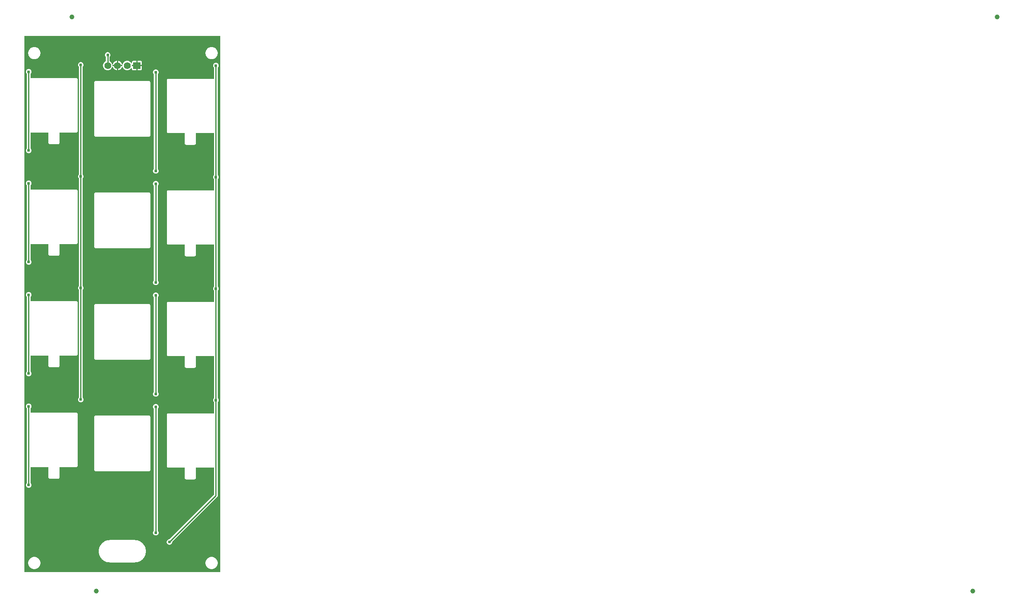
<source format=gbl>
G04 Layer: BottomLayer*
G04 EasyEDA v6.5.29, 2023-07-19 21:52:00*
G04 a52da41988e34a0299b0951248bc5a60,5a6b42c53f6a479593ecc07194224c93,10*
G04 Gerber Generator version 0.2*
G04 Scale: 100 percent, Rotated: No, Reflected: No *
G04 Dimensions in millimeters *
G04 leading zeros omitted , absolute positions ,4 integer and 5 decimal *
%FSLAX45Y45*%
%MOMM*%

%AMMACRO1*21,1,$1,$2,0,0,$3*%
%ADD10C,0.2540*%
%ADD11C,1.0000*%
%ADD12C,1.4000*%
%ADD13MACRO1,1.524X1.4X0.0000*%
%ADD14C,0.6096*%
%ADD15C,0.0138*%

%LPD*%
G36*
X36068Y914908D02*
G01*
X32156Y915669D01*
X28905Y917905D01*
X26670Y921156D01*
X25908Y925068D01*
X25908Y11901932D01*
X26670Y11905843D01*
X28905Y11909094D01*
X32156Y11911330D01*
X36068Y11912092D01*
X4027932Y11912092D01*
X4031843Y11911330D01*
X4035094Y11909094D01*
X4037329Y11905843D01*
X4038092Y11901932D01*
X4038092Y925068D01*
X4037329Y921156D01*
X4035094Y917905D01*
X4031843Y915669D01*
X4027932Y914908D01*
G37*

%LPC*%
G36*
X228600Y11431117D02*
G01*
X243789Y11432032D01*
X258724Y11434775D01*
X273253Y11439296D01*
X287121Y11445544D01*
X300126Y11453418D01*
X312064Y11462766D01*
X322834Y11473535D01*
X332181Y11485473D01*
X340055Y11498478D01*
X346303Y11512346D01*
X350824Y11526875D01*
X353568Y11541810D01*
X354482Y11557000D01*
X353568Y11572189D01*
X350824Y11587124D01*
X346303Y11601653D01*
X340055Y11615521D01*
X332181Y11628526D01*
X322834Y11640464D01*
X312064Y11651234D01*
X300126Y11660581D01*
X287121Y11668455D01*
X273253Y11674703D01*
X258724Y11679224D01*
X243789Y11681968D01*
X228600Y11682882D01*
X213410Y11681968D01*
X198475Y11679224D01*
X183946Y11674703D01*
X170078Y11668455D01*
X157073Y11660581D01*
X145135Y11651234D01*
X134366Y11640464D01*
X125018Y11628526D01*
X117144Y11615521D01*
X110896Y11601653D01*
X106375Y11587124D01*
X103632Y11572189D01*
X102717Y11557000D01*
X103632Y11541810D01*
X106375Y11526875D01*
X110896Y11512346D01*
X117144Y11498478D01*
X125018Y11485473D01*
X134366Y11473535D01*
X145135Y11462766D01*
X157073Y11453418D01*
X170078Y11445544D01*
X183946Y11439296D01*
X198475Y11434775D01*
X213410Y11432032D01*
G37*
G36*
X3860800Y979017D02*
G01*
X3875989Y979932D01*
X3890924Y982675D01*
X3905453Y987196D01*
X3919321Y993444D01*
X3932326Y1001318D01*
X3944264Y1010666D01*
X3955034Y1021435D01*
X3964381Y1033373D01*
X3972255Y1046378D01*
X3978503Y1060246D01*
X3983024Y1074775D01*
X3985768Y1089710D01*
X3986682Y1104900D01*
X3985768Y1120089D01*
X3983024Y1135024D01*
X3978503Y1149553D01*
X3972255Y1163421D01*
X3964381Y1176426D01*
X3955034Y1188364D01*
X3944264Y1199134D01*
X3932326Y1208481D01*
X3919321Y1216355D01*
X3905453Y1222603D01*
X3890924Y1227124D01*
X3875989Y1229868D01*
X3860800Y1230782D01*
X3845610Y1229868D01*
X3830675Y1227124D01*
X3816146Y1222603D01*
X3802278Y1216355D01*
X3789273Y1208481D01*
X3777335Y1199134D01*
X3766565Y1188364D01*
X3757218Y1176426D01*
X3749344Y1163421D01*
X3743096Y1149553D01*
X3738575Y1135024D01*
X3735832Y1120089D01*
X3734917Y1104900D01*
X3735832Y1089710D01*
X3738575Y1074775D01*
X3743096Y1060246D01*
X3749344Y1046378D01*
X3757218Y1033373D01*
X3766565Y1021435D01*
X3777335Y1010666D01*
X3789273Y1001318D01*
X3802278Y993444D01*
X3816146Y987196D01*
X3830675Y982675D01*
X3845610Y979932D01*
G37*
G36*
X1778203Y1117092D02*
G01*
X2285796Y1117092D01*
X2306523Y1118006D01*
X2326894Y1120800D01*
X2346960Y1125372D01*
X2366518Y1131722D01*
X2385415Y1139799D01*
X2403500Y1149553D01*
X2420670Y1160830D01*
X2436723Y1173683D01*
X2451608Y1187856D01*
X2465120Y1203350D01*
X2477211Y1220012D01*
X2487726Y1237640D01*
X2496667Y1256182D01*
X2503881Y1275384D01*
X2509367Y1295196D01*
X2513025Y1315466D01*
X2514854Y1335938D01*
X2514854Y1356461D01*
X2513025Y1376934D01*
X2509367Y1397203D01*
X2503881Y1417015D01*
X2496667Y1436217D01*
X2487726Y1454759D01*
X2477211Y1472387D01*
X2465120Y1489049D01*
X2451608Y1504543D01*
X2436723Y1518716D01*
X2420670Y1531569D01*
X2403500Y1542846D01*
X2385415Y1552600D01*
X2366518Y1560677D01*
X2346960Y1567027D01*
X2326894Y1571599D01*
X2306523Y1574393D01*
X2285796Y1575308D01*
X1778203Y1575308D01*
X1757476Y1574393D01*
X1737106Y1571599D01*
X1717039Y1567027D01*
X1697482Y1560677D01*
X1678584Y1552600D01*
X1660499Y1542846D01*
X1643329Y1531569D01*
X1627276Y1518716D01*
X1612392Y1504543D01*
X1598879Y1489049D01*
X1586788Y1472387D01*
X1576273Y1454759D01*
X1567332Y1436217D01*
X1560118Y1417015D01*
X1554632Y1397203D01*
X1550974Y1376934D01*
X1549146Y1356461D01*
X1549146Y1335938D01*
X1550974Y1315466D01*
X1554632Y1295196D01*
X1560118Y1275384D01*
X1567332Y1256182D01*
X1576273Y1237640D01*
X1586788Y1220012D01*
X1598879Y1203350D01*
X1612392Y1187856D01*
X1627276Y1173683D01*
X1643329Y1160830D01*
X1660499Y1149553D01*
X1678584Y1139799D01*
X1697482Y1131722D01*
X1717039Y1125372D01*
X1737106Y1120800D01*
X1757476Y1118006D01*
G37*
G36*
X2997200Y1480362D02*
G01*
X3007004Y1481226D01*
X3016453Y1483766D01*
X3025394Y1487881D01*
X3033420Y1493520D01*
X3040380Y1500479D01*
X3046018Y1508506D01*
X3050133Y1517446D01*
X3052673Y1526895D01*
X3053384Y1534922D01*
X3054299Y1538325D01*
X3056331Y1541221D01*
X3976624Y2461564D01*
X3981754Y2467762D01*
X3985310Y2474468D01*
X3987495Y2481681D01*
X3988308Y2489708D01*
X3988308Y4399991D01*
X3989070Y4403902D01*
X3991305Y4407204D01*
X3992879Y4408779D01*
X3998518Y4416806D01*
X4002633Y4425746D01*
X4005173Y4435195D01*
X4006037Y4445000D01*
X4005173Y4454804D01*
X4002633Y4464253D01*
X3998518Y4473194D01*
X3992879Y4481220D01*
X3991305Y4482795D01*
X3989070Y4486097D01*
X3988308Y4490008D01*
X3988308Y6685991D01*
X3989070Y6689902D01*
X3991305Y6693204D01*
X3992879Y6694779D01*
X3998518Y6702806D01*
X4002633Y6711746D01*
X4005173Y6721195D01*
X4006037Y6731000D01*
X4005173Y6740804D01*
X4002633Y6750253D01*
X3998518Y6759194D01*
X3992879Y6767220D01*
X3991305Y6768795D01*
X3989070Y6772097D01*
X3988308Y6776008D01*
X3988308Y8971991D01*
X3989070Y8975902D01*
X3991305Y8979204D01*
X3992879Y8980779D01*
X3998518Y8988806D01*
X4002633Y8997746D01*
X4005173Y9007195D01*
X4006037Y9017000D01*
X4005173Y9026804D01*
X4002633Y9036253D01*
X3998518Y9045194D01*
X3992879Y9053220D01*
X3991305Y9054795D01*
X3989070Y9058097D01*
X3988308Y9062008D01*
X3988308Y11257991D01*
X3989070Y11261902D01*
X3991305Y11265204D01*
X3992879Y11266779D01*
X3998518Y11274806D01*
X4002633Y11283746D01*
X4005173Y11293195D01*
X4006037Y11303000D01*
X4005173Y11312804D01*
X4002633Y11322253D01*
X3998518Y11331194D01*
X3992879Y11339220D01*
X3985920Y11346180D01*
X3977894Y11351818D01*
X3968953Y11355933D01*
X3959504Y11358473D01*
X3949700Y11359337D01*
X3939895Y11358473D01*
X3930446Y11355933D01*
X3921506Y11351818D01*
X3913479Y11346180D01*
X3906520Y11339220D01*
X3900881Y11331194D01*
X3896766Y11322253D01*
X3894226Y11312804D01*
X3893362Y11303000D01*
X3894226Y11293195D01*
X3896766Y11283746D01*
X3900881Y11274806D01*
X3906520Y11266779D01*
X3908094Y11265204D01*
X3910329Y11261902D01*
X3911092Y11257991D01*
X3911092Y11037366D01*
X3910380Y11033607D01*
X3908298Y11030356D01*
X3905148Y11028121D01*
X3901389Y11027206D01*
X3897579Y11027765D01*
X3891940Y11029746D01*
X3885641Y11030458D01*
X2972358Y11030458D01*
X2966059Y11029746D01*
X2960573Y11027816D01*
X2955696Y11024768D01*
X2951581Y11020653D01*
X2948533Y11015776D01*
X2946603Y11010290D01*
X2945892Y11003991D01*
X2945892Y9944658D01*
X2946603Y9938359D01*
X2948533Y9932873D01*
X2951581Y9927996D01*
X2955696Y9923881D01*
X2960573Y9920833D01*
X2966059Y9918903D01*
X2972358Y9918192D01*
X3304032Y9918192D01*
X3307943Y9917430D01*
X3311194Y9915194D01*
X3313429Y9911943D01*
X3314192Y9908032D01*
X3314192Y9703358D01*
X3314903Y9697059D01*
X3316833Y9691573D01*
X3319881Y9686696D01*
X3323996Y9682581D01*
X3328873Y9679533D01*
X3334359Y9677603D01*
X3340658Y9676892D01*
X3510991Y9676892D01*
X3517290Y9677603D01*
X3522776Y9679533D01*
X3527653Y9682581D01*
X3531768Y9686696D01*
X3534816Y9691573D01*
X3536746Y9697059D01*
X3537458Y9703358D01*
X3537458Y9908032D01*
X3538220Y9911943D01*
X3540455Y9915194D01*
X3543706Y9917430D01*
X3547618Y9918192D01*
X3885641Y9918192D01*
X3891940Y9918903D01*
X3897579Y9920884D01*
X3901389Y9921443D01*
X3905148Y9920528D01*
X3908298Y9918293D01*
X3910380Y9915042D01*
X3911092Y9911283D01*
X3911092Y9062008D01*
X3910329Y9058097D01*
X3908094Y9054795D01*
X3906520Y9053220D01*
X3900881Y9045194D01*
X3896766Y9036253D01*
X3894226Y9026804D01*
X3893362Y9017000D01*
X3894226Y9007195D01*
X3896766Y8997746D01*
X3900881Y8988806D01*
X3906520Y8980779D01*
X3908094Y8979204D01*
X3910329Y8975902D01*
X3911092Y8971991D01*
X3911092Y8751366D01*
X3910380Y8747607D01*
X3908298Y8744356D01*
X3905148Y8742121D01*
X3901389Y8741206D01*
X3897579Y8741765D01*
X3891940Y8743746D01*
X3885641Y8744458D01*
X2972358Y8744458D01*
X2966059Y8743746D01*
X2960573Y8741816D01*
X2955696Y8738768D01*
X2951581Y8734653D01*
X2948533Y8729776D01*
X2946603Y8724290D01*
X2945892Y8717991D01*
X2945892Y7658658D01*
X2946603Y7652359D01*
X2948533Y7646873D01*
X2951581Y7641996D01*
X2955696Y7637881D01*
X2960573Y7634833D01*
X2966059Y7632903D01*
X2972358Y7632192D01*
X3304032Y7632192D01*
X3307943Y7631430D01*
X3311194Y7629194D01*
X3313429Y7625943D01*
X3314192Y7622031D01*
X3314192Y7417358D01*
X3314903Y7411059D01*
X3316833Y7405573D01*
X3319881Y7400696D01*
X3323996Y7396581D01*
X3328873Y7393533D01*
X3334359Y7391603D01*
X3340658Y7390892D01*
X3510991Y7390892D01*
X3517290Y7391603D01*
X3522776Y7393533D01*
X3527653Y7396581D01*
X3531768Y7400696D01*
X3534816Y7405573D01*
X3536746Y7411059D01*
X3537458Y7417358D01*
X3537458Y7622031D01*
X3538220Y7625943D01*
X3540455Y7629194D01*
X3543706Y7631430D01*
X3547618Y7632192D01*
X3885641Y7632192D01*
X3891940Y7632903D01*
X3897579Y7634884D01*
X3901389Y7635443D01*
X3905148Y7634528D01*
X3908298Y7632293D01*
X3910380Y7629042D01*
X3911092Y7625283D01*
X3911092Y6776008D01*
X3910329Y6772097D01*
X3908094Y6768795D01*
X3906520Y6767220D01*
X3900881Y6759194D01*
X3896766Y6750253D01*
X3894226Y6740804D01*
X3893362Y6731000D01*
X3894226Y6721195D01*
X3896766Y6711746D01*
X3900881Y6702806D01*
X3906520Y6694779D01*
X3908094Y6693204D01*
X3910329Y6689902D01*
X3911092Y6685991D01*
X3911092Y6465366D01*
X3910380Y6461607D01*
X3908298Y6458356D01*
X3905148Y6456121D01*
X3901389Y6455206D01*
X3897579Y6455765D01*
X3891940Y6457746D01*
X3885641Y6458458D01*
X2972358Y6458458D01*
X2966059Y6457746D01*
X2960573Y6455816D01*
X2955696Y6452768D01*
X2951581Y6448653D01*
X2948533Y6443776D01*
X2946603Y6438290D01*
X2945892Y6431991D01*
X2945892Y5372658D01*
X2946603Y5366359D01*
X2948533Y5360873D01*
X2951581Y5355996D01*
X2955696Y5351881D01*
X2960573Y5348833D01*
X2966059Y5346903D01*
X2972358Y5346192D01*
X3304032Y5346192D01*
X3307943Y5345430D01*
X3311194Y5343194D01*
X3313429Y5339943D01*
X3314192Y5336032D01*
X3314192Y5131358D01*
X3314903Y5125059D01*
X3316833Y5119573D01*
X3319881Y5114696D01*
X3323996Y5110581D01*
X3328873Y5107533D01*
X3334359Y5105603D01*
X3340658Y5104892D01*
X3510991Y5104892D01*
X3517290Y5105603D01*
X3522776Y5107533D01*
X3527653Y5110581D01*
X3531768Y5114696D01*
X3534816Y5119573D01*
X3536746Y5125059D01*
X3537458Y5131358D01*
X3537458Y5336032D01*
X3538220Y5339943D01*
X3540455Y5343194D01*
X3543706Y5345430D01*
X3547618Y5346192D01*
X3885641Y5346192D01*
X3891940Y5346903D01*
X3897579Y5348884D01*
X3901389Y5349443D01*
X3905148Y5348528D01*
X3908298Y5346293D01*
X3910380Y5343042D01*
X3911092Y5339283D01*
X3911092Y4490008D01*
X3910329Y4486097D01*
X3908094Y4482795D01*
X3906520Y4481220D01*
X3900881Y4473194D01*
X3896766Y4464253D01*
X3894226Y4454804D01*
X3893362Y4445000D01*
X3894226Y4435195D01*
X3896766Y4425746D01*
X3900881Y4416806D01*
X3906520Y4408779D01*
X3908094Y4407204D01*
X3910329Y4403902D01*
X3911092Y4399991D01*
X3911092Y4179366D01*
X3910380Y4175607D01*
X3908298Y4172356D01*
X3905148Y4170121D01*
X3901389Y4169206D01*
X3897579Y4169765D01*
X3891940Y4171746D01*
X3885641Y4172458D01*
X2972358Y4172458D01*
X2966059Y4171746D01*
X2960573Y4169816D01*
X2955696Y4166768D01*
X2951581Y4162653D01*
X2948533Y4157776D01*
X2946603Y4152290D01*
X2945892Y4145991D01*
X2945892Y3086658D01*
X2946603Y3080359D01*
X2948533Y3074873D01*
X2951581Y3069996D01*
X2955696Y3065881D01*
X2960573Y3062833D01*
X2966059Y3060903D01*
X2972358Y3060192D01*
X3304032Y3060192D01*
X3307943Y3059430D01*
X3311194Y3057194D01*
X3313429Y3053943D01*
X3314192Y3050032D01*
X3314192Y2845358D01*
X3314903Y2839059D01*
X3316833Y2833573D01*
X3319881Y2828696D01*
X3323996Y2824581D01*
X3328873Y2821533D01*
X3334359Y2819603D01*
X3340658Y2818892D01*
X3510991Y2818892D01*
X3517290Y2819603D01*
X3522776Y2821533D01*
X3527653Y2824581D01*
X3531768Y2828696D01*
X3534816Y2833573D01*
X3536746Y2839059D01*
X3537458Y2845358D01*
X3537458Y3050032D01*
X3538220Y3053943D01*
X3540455Y3057194D01*
X3543706Y3059430D01*
X3547618Y3060192D01*
X3885641Y3060192D01*
X3891940Y3060903D01*
X3897579Y3062884D01*
X3901389Y3063443D01*
X3905148Y3062528D01*
X3908298Y3060293D01*
X3910380Y3057042D01*
X3911092Y3053283D01*
X3911092Y2509418D01*
X3910329Y2505506D01*
X3908094Y2502204D01*
X3001721Y1595831D01*
X2998825Y1593799D01*
X2995422Y1592884D01*
X2987395Y1592173D01*
X2977946Y1589633D01*
X2969006Y1585518D01*
X2960979Y1579880D01*
X2954020Y1572920D01*
X2948381Y1564894D01*
X2944266Y1555953D01*
X2941726Y1546504D01*
X2940862Y1536700D01*
X2941726Y1526895D01*
X2944266Y1517446D01*
X2948381Y1508506D01*
X2954020Y1500479D01*
X2960979Y1493520D01*
X2969006Y1487881D01*
X2977946Y1483766D01*
X2987395Y1481226D01*
G37*
G36*
X2717800Y1670862D02*
G01*
X2727604Y1671726D01*
X2737053Y1674266D01*
X2745994Y1678381D01*
X2754020Y1684020D01*
X2760980Y1690979D01*
X2766618Y1699006D01*
X2770733Y1707946D01*
X2773273Y1717395D01*
X2774137Y1727200D01*
X2773273Y1737004D01*
X2770733Y1746453D01*
X2766618Y1755393D01*
X2760980Y1763420D01*
X2759405Y1764995D01*
X2757170Y1768297D01*
X2756408Y1772208D01*
X2756408Y4264507D01*
X2757170Y4268368D01*
X2759405Y4271670D01*
X2760980Y4273245D01*
X2766618Y4281322D01*
X2770733Y4290212D01*
X2773273Y4299712D01*
X2774137Y4309465D01*
X2773273Y4319270D01*
X2770733Y4328769D01*
X2766618Y4337659D01*
X2760980Y4345736D01*
X2754020Y4352645D01*
X2745994Y4358284D01*
X2737053Y4362450D01*
X2727604Y4364990D01*
X2717800Y4365853D01*
X2707995Y4364990D01*
X2698546Y4362450D01*
X2689606Y4358284D01*
X2681579Y4352645D01*
X2674620Y4345736D01*
X2668981Y4337659D01*
X2664866Y4328769D01*
X2662326Y4319270D01*
X2661462Y4309465D01*
X2662326Y4299712D01*
X2664866Y4290212D01*
X2668981Y4281322D01*
X2674620Y4273245D01*
X2676194Y4271670D01*
X2678430Y4268368D01*
X2679192Y4264507D01*
X2679192Y1772208D01*
X2678430Y1768297D01*
X2676194Y1764995D01*
X2674620Y1763420D01*
X2668981Y1755393D01*
X2664866Y1746453D01*
X2662326Y1737004D01*
X2661462Y1727200D01*
X2662326Y1717395D01*
X2664866Y1707946D01*
X2668981Y1699006D01*
X2674620Y1690979D01*
X2681579Y1684020D01*
X2689606Y1678381D01*
X2698546Y1674266D01*
X2707995Y1671726D01*
G37*
G36*
X114300Y2648762D02*
G01*
X124104Y2649626D01*
X133553Y2652166D01*
X142494Y2656281D01*
X150520Y2661920D01*
X157480Y2668879D01*
X163118Y2676906D01*
X167233Y2685846D01*
X169773Y2695295D01*
X170637Y2705100D01*
X169773Y2714904D01*
X167233Y2724353D01*
X163118Y2733294D01*
X157480Y2741320D01*
X155905Y2742895D01*
X153670Y2746197D01*
X152908Y2750108D01*
X152908Y3065983D01*
X153619Y3069742D01*
X155702Y3072993D01*
X158851Y3075228D01*
X162610Y3076143D01*
X166420Y3075584D01*
X172059Y3073603D01*
X178358Y3072892D01*
X510032Y3072892D01*
X513943Y3072130D01*
X517194Y3069894D01*
X519430Y3066643D01*
X520192Y3062732D01*
X520192Y2858058D01*
X520903Y2851759D01*
X522833Y2846273D01*
X525881Y2841396D01*
X529996Y2837281D01*
X534873Y2834233D01*
X540359Y2832303D01*
X546658Y2831592D01*
X716991Y2831592D01*
X723290Y2832303D01*
X728776Y2834233D01*
X733653Y2837281D01*
X737768Y2841396D01*
X740816Y2846273D01*
X742746Y2851759D01*
X743458Y2858058D01*
X743458Y3062732D01*
X744220Y3066643D01*
X746455Y3069894D01*
X749706Y3072130D01*
X753618Y3072892D01*
X1091641Y3072892D01*
X1097940Y3073603D01*
X1103426Y3075533D01*
X1108303Y3078581D01*
X1112418Y3082696D01*
X1115466Y3087573D01*
X1117396Y3093059D01*
X1118108Y3099358D01*
X1118108Y4158691D01*
X1117396Y4164990D01*
X1115466Y4170476D01*
X1112418Y4175353D01*
X1108303Y4179468D01*
X1103426Y4182516D01*
X1097940Y4184446D01*
X1091641Y4185158D01*
X178358Y4185158D01*
X172059Y4184446D01*
X166420Y4182465D01*
X162610Y4181906D01*
X158851Y4182821D01*
X155702Y4185056D01*
X153619Y4188307D01*
X152908Y4192066D01*
X152908Y4272991D01*
X153670Y4276902D01*
X155905Y4280204D01*
X157480Y4281779D01*
X163118Y4289806D01*
X167233Y4298746D01*
X169773Y4308195D01*
X170637Y4318000D01*
X169773Y4327804D01*
X167233Y4337253D01*
X163118Y4346194D01*
X157480Y4354220D01*
X150520Y4361180D01*
X142494Y4366818D01*
X133553Y4370933D01*
X124104Y4373473D01*
X114300Y4374337D01*
X104495Y4373473D01*
X95046Y4370933D01*
X86106Y4366818D01*
X78079Y4361180D01*
X71120Y4354220D01*
X65481Y4346194D01*
X61366Y4337253D01*
X58826Y4327804D01*
X57962Y4318000D01*
X58826Y4308195D01*
X61366Y4298746D01*
X65481Y4289806D01*
X71120Y4281779D01*
X72694Y4280204D01*
X74930Y4276902D01*
X75692Y4272991D01*
X75692Y2750108D01*
X74930Y2746197D01*
X72694Y2742895D01*
X71120Y2741320D01*
X65481Y2733294D01*
X61366Y2724353D01*
X58826Y2714904D01*
X57962Y2705100D01*
X58826Y2695295D01*
X61366Y2685846D01*
X65481Y2676906D01*
X71120Y2668879D01*
X78079Y2661920D01*
X86106Y2656281D01*
X95046Y2652166D01*
X104495Y2649626D01*
G37*
G36*
X3860800Y11431117D02*
G01*
X3875989Y11432032D01*
X3890924Y11434775D01*
X3905453Y11439296D01*
X3919321Y11445544D01*
X3932326Y11453418D01*
X3944264Y11462766D01*
X3955034Y11473535D01*
X3964381Y11485473D01*
X3972255Y11498478D01*
X3978503Y11512346D01*
X3983024Y11526875D01*
X3985768Y11541810D01*
X3986682Y11557000D01*
X3985768Y11572189D01*
X3983024Y11587124D01*
X3978503Y11601653D01*
X3972255Y11615521D01*
X3964381Y11628526D01*
X3955034Y11640464D01*
X3944264Y11651234D01*
X3932326Y11660581D01*
X3919321Y11668455D01*
X3905453Y11674703D01*
X3890924Y11679224D01*
X3875989Y11681968D01*
X3860800Y11682882D01*
X3845610Y11681968D01*
X3830675Y11679224D01*
X3816146Y11674703D01*
X3802278Y11668455D01*
X3789273Y11660581D01*
X3777335Y11651234D01*
X3766565Y11640464D01*
X3757218Y11628526D01*
X3749344Y11615521D01*
X3743096Y11601653D01*
X3738575Y11587124D01*
X3735832Y11572189D01*
X3734917Y11557000D01*
X3735832Y11541810D01*
X3738575Y11526875D01*
X3743096Y11512346D01*
X3749344Y11498478D01*
X3757218Y11485473D01*
X3766565Y11473535D01*
X3777335Y11462766D01*
X3789273Y11453418D01*
X3802278Y11445544D01*
X3816146Y11439296D01*
X3830675Y11434775D01*
X3845610Y11432032D01*
G37*
G36*
X2344674Y11315700D02*
G01*
X2434132Y11315700D01*
X2434132Y11372443D01*
X2433370Y11378742D01*
X2431491Y11384229D01*
X2428392Y11389106D01*
X2424328Y11393220D01*
X2419400Y11396268D01*
X2413965Y11398199D01*
X2407615Y11398910D01*
X2344674Y11398910D01*
G37*
G36*
X1486458Y2983992D02*
G01*
X2577541Y2983992D01*
X2583840Y2984703D01*
X2589326Y2986633D01*
X2594203Y2989681D01*
X2598318Y2993796D01*
X2601366Y2998673D01*
X2603296Y3004159D01*
X2604008Y3010458D01*
X2604008Y4101541D01*
X2603296Y4107840D01*
X2601366Y4113326D01*
X2598318Y4118203D01*
X2594203Y4122318D01*
X2589326Y4125366D01*
X2583840Y4127296D01*
X2577541Y4128008D01*
X1486458Y4128008D01*
X1480159Y4127296D01*
X1474673Y4125366D01*
X1469796Y4122318D01*
X1465681Y4118203D01*
X1462633Y4113326D01*
X1460703Y4107840D01*
X1459992Y4101541D01*
X1459992Y3010458D01*
X1460703Y3004159D01*
X1462633Y2998673D01*
X1465681Y2993796D01*
X1469796Y2989681D01*
X1474673Y2986633D01*
X1480159Y2984703D01*
G37*
G36*
X1725472Y11207343D02*
G01*
X1738528Y11207343D01*
X1751533Y11209121D01*
X1764131Y11212626D01*
X1776120Y11217859D01*
X1787296Y11224666D01*
X1797456Y11232946D01*
X1806397Y11242497D01*
X1813915Y11253165D01*
X1819960Y11264798D01*
X1822450Y11271758D01*
X1824583Y11275314D01*
X1827936Y11277701D01*
X1832000Y11278514D01*
X1836064Y11277701D01*
X1839417Y11275314D01*
X1841550Y11271758D01*
X1844039Y11264798D01*
X1850085Y11253165D01*
X1857603Y11242497D01*
X1866544Y11232946D01*
X1876704Y11224666D01*
X1887880Y11217859D01*
X1899869Y11212626D01*
X1912467Y11209121D01*
X1919325Y11208207D01*
X1919325Y11290300D01*
X1837893Y11290300D01*
X1833981Y11291062D01*
X1830730Y11293297D01*
X1828495Y11296548D01*
X1827733Y11300460D01*
X1827733Y11305540D01*
X1828495Y11309451D01*
X1830730Y11312702D01*
X1833981Y11314938D01*
X1837893Y11315700D01*
X1919325Y11315700D01*
X1919325Y11397792D01*
X1912467Y11396878D01*
X1899869Y11393322D01*
X1887880Y11388140D01*
X1876704Y11381333D01*
X1866544Y11373053D01*
X1857603Y11363502D01*
X1850085Y11352834D01*
X1844039Y11341201D01*
X1841550Y11334242D01*
X1839417Y11330686D01*
X1836064Y11328298D01*
X1832000Y11327485D01*
X1827936Y11328298D01*
X1824583Y11330686D01*
X1822450Y11334242D01*
X1819960Y11341201D01*
X1813915Y11352834D01*
X1806397Y11363502D01*
X1797456Y11373053D01*
X1787296Y11381333D01*
X1775510Y11388496D01*
X1772920Y11390782D01*
X1771243Y11393779D01*
X1770634Y11397183D01*
X1770634Y11473891D01*
X1771396Y11477802D01*
X1773631Y11481104D01*
X1775206Y11482679D01*
X1780844Y11490706D01*
X1784959Y11499646D01*
X1787499Y11509095D01*
X1788363Y11518900D01*
X1787499Y11528704D01*
X1784959Y11538153D01*
X1780844Y11547094D01*
X1775206Y11555120D01*
X1768246Y11562080D01*
X1760220Y11567718D01*
X1751279Y11571833D01*
X1741830Y11574373D01*
X1732025Y11575237D01*
X1722221Y11574373D01*
X1712772Y11571833D01*
X1703832Y11567718D01*
X1695805Y11562080D01*
X1688846Y11555120D01*
X1683207Y11547094D01*
X1679092Y11538153D01*
X1676552Y11528704D01*
X1675688Y11518900D01*
X1676552Y11509095D01*
X1679092Y11499646D01*
X1683207Y11490706D01*
X1688846Y11482679D01*
X1690420Y11481104D01*
X1692656Y11477802D01*
X1693418Y11473891D01*
X1693418Y11397183D01*
X1692808Y11393779D01*
X1691132Y11390782D01*
X1688541Y11388496D01*
X1676704Y11381333D01*
X1666544Y11373053D01*
X1657604Y11363502D01*
X1650085Y11352834D01*
X1644040Y11341201D01*
X1639671Y11328857D01*
X1637030Y11316055D01*
X1636115Y11303000D01*
X1637030Y11289944D01*
X1639671Y11277142D01*
X1644040Y11264798D01*
X1650085Y11253165D01*
X1657604Y11242497D01*
X1666544Y11232946D01*
X1676704Y11224666D01*
X1687880Y11217859D01*
X1699869Y11212626D01*
X1712468Y11209121D01*
G37*
G36*
X2256383Y11207089D02*
G01*
X2319274Y11207089D01*
X2319274Y11290300D01*
X2237892Y11290300D01*
X2233980Y11291062D01*
X2230729Y11293297D01*
X2228494Y11296548D01*
X2227732Y11300460D01*
X2227732Y11305540D01*
X2228494Y11309451D01*
X2230729Y11312702D01*
X2233980Y11314938D01*
X2237892Y11315700D01*
X2319274Y11315700D01*
X2319274Y11398910D01*
X2256383Y11398910D01*
X2250033Y11398199D01*
X2244598Y11396268D01*
X2239670Y11393220D01*
X2235606Y11389106D01*
X2232507Y11384229D01*
X2230628Y11378742D01*
X2229916Y11372443D01*
X2229916Y11362232D01*
X2229002Y11358067D01*
X2226513Y11354612D01*
X2222804Y11352530D01*
X2218588Y11352123D01*
X2214575Y11353495D01*
X2211425Y11356340D01*
X2206396Y11363502D01*
X2197455Y11373053D01*
X2187295Y11381333D01*
X2176119Y11388140D01*
X2164130Y11393322D01*
X2151532Y11396878D01*
X2138527Y11398656D01*
X2125472Y11398656D01*
X2112467Y11396878D01*
X2099868Y11393322D01*
X2087880Y11388140D01*
X2076704Y11381333D01*
X2066543Y11373053D01*
X2057603Y11363502D01*
X2050084Y11352834D01*
X2044039Y11341201D01*
X2041550Y11334242D01*
X2039416Y11330686D01*
X2036064Y11328298D01*
X2032000Y11327485D01*
X2027936Y11328298D01*
X2024583Y11330686D01*
X2022449Y11334242D01*
X2019960Y11341201D01*
X2013915Y11352834D01*
X2006396Y11363502D01*
X1997456Y11373053D01*
X1987296Y11381333D01*
X1976120Y11388140D01*
X1964131Y11393322D01*
X1951532Y11396878D01*
X1944725Y11397792D01*
X1944725Y11315700D01*
X2026107Y11315700D01*
X2030018Y11314938D01*
X2033270Y11312702D01*
X2035505Y11309451D01*
X2036267Y11305540D01*
X2036267Y11300460D01*
X2035505Y11296548D01*
X2033270Y11293297D01*
X2030018Y11291062D01*
X2026107Y11290300D01*
X1944725Y11290300D01*
X1944725Y11208207D01*
X1951532Y11209121D01*
X1964131Y11212626D01*
X1976120Y11217859D01*
X1987296Y11224666D01*
X1997456Y11232946D01*
X2006396Y11242497D01*
X2013915Y11253165D01*
X2019960Y11264798D01*
X2022449Y11271758D01*
X2024583Y11275314D01*
X2027936Y11277701D01*
X2032000Y11278514D01*
X2036064Y11277701D01*
X2039416Y11275314D01*
X2041550Y11271758D01*
X2044039Y11264798D01*
X2050084Y11253165D01*
X2057603Y11242497D01*
X2066543Y11232946D01*
X2076704Y11224666D01*
X2087880Y11217859D01*
X2099868Y11212626D01*
X2112467Y11209121D01*
X2125472Y11207343D01*
X2138527Y11207343D01*
X2151532Y11209121D01*
X2164130Y11212626D01*
X2176119Y11217859D01*
X2187295Y11224666D01*
X2197455Y11232946D01*
X2206396Y11242497D01*
X2211425Y11249660D01*
X2214575Y11252504D01*
X2218588Y11253876D01*
X2222804Y11253470D01*
X2226513Y11251387D01*
X2229002Y11247932D01*
X2229916Y11243767D01*
X2229916Y11233556D01*
X2230628Y11227257D01*
X2232507Y11221770D01*
X2235606Y11216894D01*
X2239670Y11212779D01*
X2244598Y11209731D01*
X2250033Y11207800D01*
G37*
G36*
X1181100Y4401362D02*
G01*
X1190904Y4402226D01*
X1200353Y4404766D01*
X1209294Y4408881D01*
X1217320Y4414520D01*
X1224280Y4421479D01*
X1229918Y4429506D01*
X1234033Y4438446D01*
X1236573Y4447895D01*
X1237437Y4457700D01*
X1236573Y4467504D01*
X1234033Y4476953D01*
X1229918Y4485894D01*
X1224280Y4493920D01*
X1222705Y4495495D01*
X1220470Y4498797D01*
X1219708Y4502708D01*
X1219708Y6698691D01*
X1220470Y6702602D01*
X1222705Y6705904D01*
X1224280Y6707479D01*
X1229918Y6715506D01*
X1234033Y6724446D01*
X1236573Y6733895D01*
X1237437Y6743700D01*
X1236573Y6753504D01*
X1234033Y6762953D01*
X1229918Y6771894D01*
X1224280Y6779920D01*
X1222705Y6781495D01*
X1220470Y6784797D01*
X1219708Y6788708D01*
X1219708Y8984691D01*
X1220470Y8988602D01*
X1222705Y8991904D01*
X1224280Y8993479D01*
X1229918Y9001506D01*
X1234033Y9010446D01*
X1236573Y9019895D01*
X1237437Y9029700D01*
X1236573Y9039504D01*
X1234033Y9048953D01*
X1229918Y9057894D01*
X1224280Y9065920D01*
X1222705Y9067495D01*
X1220470Y9070797D01*
X1219708Y9074708D01*
X1219708Y11270691D01*
X1220470Y11274602D01*
X1222705Y11277904D01*
X1224280Y11279479D01*
X1229918Y11287506D01*
X1234033Y11296446D01*
X1236573Y11305895D01*
X1237437Y11315700D01*
X1236573Y11325504D01*
X1234033Y11334953D01*
X1229918Y11343894D01*
X1224280Y11351920D01*
X1217320Y11358880D01*
X1209294Y11364518D01*
X1200353Y11368633D01*
X1190904Y11371173D01*
X1181100Y11372037D01*
X1171295Y11371173D01*
X1161846Y11368633D01*
X1152906Y11364518D01*
X1144879Y11358880D01*
X1137920Y11351920D01*
X1132281Y11343894D01*
X1128166Y11334953D01*
X1125626Y11325504D01*
X1124762Y11315700D01*
X1125626Y11305895D01*
X1128166Y11296446D01*
X1132281Y11287506D01*
X1137920Y11279479D01*
X1139494Y11277904D01*
X1141730Y11274602D01*
X1142492Y11270691D01*
X1142492Y9074708D01*
X1141730Y9070797D01*
X1139494Y9067495D01*
X1137920Y9065920D01*
X1132281Y9057894D01*
X1128166Y9048953D01*
X1125626Y9039504D01*
X1124762Y9029700D01*
X1125626Y9019895D01*
X1128166Y9010446D01*
X1132281Y9001506D01*
X1137920Y8993479D01*
X1139494Y8991904D01*
X1141730Y8988602D01*
X1142492Y8984691D01*
X1142492Y6788708D01*
X1141730Y6784797D01*
X1139494Y6781495D01*
X1137920Y6779920D01*
X1132281Y6771894D01*
X1128166Y6762953D01*
X1125626Y6753504D01*
X1124762Y6743700D01*
X1125626Y6733895D01*
X1128166Y6724446D01*
X1132281Y6715506D01*
X1137920Y6707479D01*
X1139494Y6705904D01*
X1141730Y6702602D01*
X1142492Y6698691D01*
X1142492Y4502708D01*
X1141730Y4498797D01*
X1139494Y4495495D01*
X1137920Y4493920D01*
X1132281Y4485894D01*
X1128166Y4476953D01*
X1125626Y4467504D01*
X1124762Y4457700D01*
X1125626Y4447895D01*
X1128166Y4438446D01*
X1132281Y4429506D01*
X1137920Y4421479D01*
X1144879Y4414520D01*
X1152906Y4408881D01*
X1161846Y4404766D01*
X1171295Y4402226D01*
G37*
G36*
X2717800Y4515662D02*
G01*
X2727604Y4516526D01*
X2737053Y4519066D01*
X2745994Y4523181D01*
X2754020Y4528820D01*
X2760980Y4535779D01*
X2766618Y4543806D01*
X2770733Y4552746D01*
X2773273Y4562195D01*
X2774137Y4572000D01*
X2773273Y4581804D01*
X2770733Y4591253D01*
X2766618Y4600194D01*
X2760980Y4608220D01*
X2759405Y4609795D01*
X2757170Y4613097D01*
X2756408Y4617008D01*
X2756408Y6550609D01*
X2757170Y6554520D01*
X2759405Y6557822D01*
X2760980Y6559397D01*
X2766618Y6567424D01*
X2770733Y6576364D01*
X2773273Y6585813D01*
X2774137Y6595618D01*
X2773273Y6605422D01*
X2770733Y6614871D01*
X2766618Y6623812D01*
X2760980Y6631838D01*
X2754020Y6638798D01*
X2745994Y6644436D01*
X2737053Y6648551D01*
X2727604Y6651091D01*
X2717800Y6651955D01*
X2707995Y6651091D01*
X2698546Y6648551D01*
X2689606Y6644436D01*
X2681579Y6638798D01*
X2674620Y6631838D01*
X2668981Y6623812D01*
X2664866Y6614871D01*
X2662326Y6605422D01*
X2661462Y6595618D01*
X2662326Y6585813D01*
X2664866Y6576364D01*
X2668981Y6567424D01*
X2674620Y6559397D01*
X2676194Y6557822D01*
X2678430Y6554520D01*
X2679192Y6550609D01*
X2679192Y4617008D01*
X2678430Y4613097D01*
X2676194Y4609795D01*
X2674620Y4608220D01*
X2668981Y4600194D01*
X2664866Y4591253D01*
X2662326Y4581804D01*
X2661462Y4572000D01*
X2662326Y4562195D01*
X2664866Y4552746D01*
X2668981Y4543806D01*
X2674620Y4535779D01*
X2681579Y4528820D01*
X2689606Y4523181D01*
X2698546Y4519066D01*
X2707995Y4516526D01*
G37*
G36*
X114300Y4934762D02*
G01*
X124104Y4935626D01*
X133553Y4938166D01*
X142494Y4942281D01*
X150520Y4947920D01*
X157480Y4954879D01*
X163118Y4962906D01*
X167233Y4971846D01*
X169773Y4981295D01*
X170637Y4991100D01*
X169773Y5000904D01*
X167233Y5010353D01*
X163118Y5019294D01*
X157480Y5027320D01*
X155905Y5028895D01*
X153670Y5032197D01*
X152908Y5036108D01*
X152908Y5351983D01*
X153619Y5355742D01*
X155702Y5358993D01*
X158851Y5361228D01*
X162610Y5362143D01*
X166420Y5361584D01*
X172059Y5359603D01*
X178358Y5358892D01*
X510032Y5358892D01*
X513943Y5358130D01*
X517194Y5355894D01*
X519430Y5352643D01*
X520192Y5348732D01*
X520192Y5144058D01*
X520903Y5137759D01*
X522833Y5132273D01*
X525881Y5127396D01*
X529996Y5123281D01*
X534873Y5120233D01*
X540359Y5118303D01*
X546658Y5117592D01*
X716991Y5117592D01*
X723290Y5118303D01*
X728776Y5120233D01*
X733653Y5123281D01*
X737768Y5127396D01*
X740816Y5132273D01*
X742746Y5137759D01*
X743458Y5144058D01*
X743458Y5348732D01*
X744220Y5352643D01*
X746455Y5355894D01*
X749706Y5358130D01*
X753618Y5358892D01*
X1091641Y5358892D01*
X1097940Y5359603D01*
X1103426Y5361533D01*
X1108303Y5364581D01*
X1112418Y5368696D01*
X1115466Y5373573D01*
X1117396Y5379059D01*
X1118108Y5385358D01*
X1118108Y6444691D01*
X1117396Y6450990D01*
X1115466Y6456476D01*
X1112418Y6461353D01*
X1108303Y6465468D01*
X1103426Y6468516D01*
X1097940Y6470446D01*
X1091641Y6471158D01*
X178358Y6471158D01*
X172059Y6470446D01*
X166420Y6468465D01*
X162610Y6467906D01*
X158851Y6468821D01*
X155702Y6471056D01*
X153619Y6474307D01*
X152908Y6478066D01*
X152908Y6558991D01*
X153670Y6562902D01*
X155905Y6566204D01*
X157480Y6567779D01*
X163118Y6575806D01*
X167233Y6584746D01*
X169773Y6594195D01*
X170637Y6604000D01*
X169773Y6613804D01*
X167233Y6623253D01*
X163118Y6632194D01*
X157480Y6640220D01*
X150520Y6647180D01*
X142494Y6652818D01*
X133553Y6656933D01*
X124104Y6659473D01*
X114300Y6660337D01*
X104495Y6659473D01*
X95046Y6656933D01*
X86106Y6652818D01*
X78079Y6647180D01*
X71120Y6640220D01*
X65481Y6632194D01*
X61366Y6623253D01*
X58826Y6613804D01*
X57962Y6604000D01*
X58826Y6594195D01*
X61366Y6584746D01*
X65481Y6575806D01*
X71120Y6567779D01*
X72694Y6566204D01*
X74930Y6562902D01*
X75692Y6558991D01*
X75692Y5036108D01*
X74930Y5032197D01*
X72694Y5028895D01*
X71120Y5027320D01*
X65481Y5019294D01*
X61366Y5010353D01*
X58826Y5000904D01*
X57962Y4991100D01*
X58826Y4981295D01*
X61366Y4971846D01*
X65481Y4962906D01*
X71120Y4954879D01*
X78079Y4947920D01*
X86106Y4942281D01*
X95046Y4938166D01*
X104495Y4935626D01*
G37*
G36*
X2344674Y11207089D02*
G01*
X2407615Y11207089D01*
X2413965Y11207800D01*
X2419400Y11209731D01*
X2424328Y11212779D01*
X2428392Y11216894D01*
X2431491Y11221770D01*
X2433370Y11227257D01*
X2434132Y11233556D01*
X2434132Y11290300D01*
X2344674Y11290300D01*
G37*
G36*
X1486458Y9841992D02*
G01*
X2577541Y9841992D01*
X2583840Y9842703D01*
X2589326Y9844633D01*
X2594203Y9847681D01*
X2598318Y9851796D01*
X2601366Y9856673D01*
X2603296Y9862159D01*
X2604008Y9868458D01*
X2604008Y10959541D01*
X2603296Y10965840D01*
X2601366Y10971326D01*
X2598318Y10976203D01*
X2594203Y10980318D01*
X2589326Y10983366D01*
X2583840Y10985296D01*
X2577541Y10986008D01*
X1486458Y10986008D01*
X1480159Y10985296D01*
X1474673Y10983366D01*
X1469796Y10980318D01*
X1465681Y10976203D01*
X1462633Y10971326D01*
X1460703Y10965840D01*
X1459992Y10959541D01*
X1459992Y9868458D01*
X1460703Y9862159D01*
X1462633Y9856673D01*
X1465681Y9851796D01*
X1469796Y9847681D01*
X1474673Y9844633D01*
X1480159Y9842703D01*
G37*
G36*
X1486458Y5269992D02*
G01*
X2577541Y5269992D01*
X2583840Y5270703D01*
X2589326Y5272633D01*
X2594203Y5275681D01*
X2598318Y5279796D01*
X2601366Y5284673D01*
X2603296Y5290159D01*
X2604008Y5296458D01*
X2604008Y6387541D01*
X2603296Y6393840D01*
X2601366Y6399326D01*
X2598318Y6404203D01*
X2594203Y6408318D01*
X2589326Y6411366D01*
X2583840Y6413296D01*
X2577541Y6414008D01*
X1486458Y6414008D01*
X1480159Y6413296D01*
X1474673Y6411366D01*
X1469796Y6408318D01*
X1465681Y6404203D01*
X1462633Y6399326D01*
X1460703Y6393840D01*
X1459992Y6387541D01*
X1459992Y5296458D01*
X1460703Y5290159D01*
X1462633Y5284673D01*
X1465681Y5279796D01*
X1469796Y5275681D01*
X1474673Y5272633D01*
X1480159Y5270703D01*
G37*
G36*
X114300Y9506762D02*
G01*
X124104Y9507626D01*
X133553Y9510166D01*
X142494Y9514281D01*
X150520Y9519920D01*
X157480Y9526879D01*
X163118Y9534906D01*
X167233Y9543846D01*
X169773Y9553295D01*
X170637Y9563100D01*
X169773Y9572904D01*
X167233Y9582353D01*
X163118Y9591294D01*
X157480Y9599320D01*
X155905Y9600895D01*
X153670Y9604197D01*
X152908Y9608108D01*
X152908Y9923983D01*
X153619Y9927742D01*
X155702Y9930993D01*
X158851Y9933228D01*
X162610Y9934143D01*
X166420Y9933584D01*
X172059Y9931603D01*
X178358Y9930892D01*
X510032Y9930892D01*
X513943Y9930130D01*
X517194Y9927894D01*
X519430Y9924643D01*
X520192Y9920732D01*
X520192Y9716058D01*
X520903Y9709759D01*
X522833Y9704273D01*
X525881Y9699396D01*
X529996Y9695281D01*
X534873Y9692233D01*
X540359Y9690303D01*
X546658Y9689592D01*
X716991Y9689592D01*
X723290Y9690303D01*
X728776Y9692233D01*
X733653Y9695281D01*
X737768Y9699396D01*
X740816Y9704273D01*
X742746Y9709759D01*
X743458Y9716058D01*
X743458Y9920732D01*
X744220Y9924643D01*
X746455Y9927894D01*
X749706Y9930130D01*
X753618Y9930892D01*
X1091641Y9930892D01*
X1097940Y9931603D01*
X1103426Y9933533D01*
X1108303Y9936581D01*
X1112418Y9940696D01*
X1115466Y9945573D01*
X1117396Y9951059D01*
X1118108Y9957358D01*
X1118108Y11016691D01*
X1117396Y11022990D01*
X1115466Y11028476D01*
X1112418Y11033353D01*
X1108303Y11037468D01*
X1103426Y11040516D01*
X1097940Y11042446D01*
X1091641Y11043158D01*
X178358Y11043158D01*
X172059Y11042446D01*
X166420Y11040465D01*
X162610Y11039906D01*
X158851Y11040821D01*
X155702Y11043056D01*
X153619Y11046307D01*
X152908Y11050066D01*
X152908Y11130991D01*
X153670Y11134902D01*
X155905Y11138204D01*
X157480Y11139779D01*
X163118Y11147806D01*
X167233Y11156746D01*
X169773Y11166195D01*
X170637Y11176000D01*
X169773Y11185804D01*
X167233Y11195253D01*
X163118Y11204194D01*
X157480Y11212220D01*
X150520Y11219180D01*
X142494Y11224818D01*
X133553Y11228933D01*
X124104Y11231473D01*
X114300Y11232337D01*
X104495Y11231473D01*
X95046Y11228933D01*
X86106Y11224818D01*
X78079Y11219180D01*
X71120Y11212220D01*
X65481Y11204194D01*
X61366Y11195253D01*
X58826Y11185804D01*
X57962Y11176000D01*
X58826Y11166195D01*
X61366Y11156746D01*
X65481Y11147806D01*
X71120Y11139779D01*
X72694Y11138204D01*
X74930Y11134902D01*
X75692Y11130991D01*
X75692Y9608108D01*
X74930Y9604197D01*
X72694Y9600895D01*
X71120Y9599320D01*
X65481Y9591294D01*
X61366Y9582353D01*
X58826Y9572904D01*
X57962Y9563100D01*
X58826Y9553295D01*
X61366Y9543846D01*
X65481Y9534906D01*
X71120Y9526879D01*
X78079Y9519920D01*
X86106Y9514281D01*
X95046Y9510166D01*
X104495Y9507626D01*
G37*
G36*
X2717800Y9087662D02*
G01*
X2727604Y9088526D01*
X2737053Y9091066D01*
X2745994Y9095181D01*
X2754020Y9100820D01*
X2760980Y9107779D01*
X2766618Y9115806D01*
X2770733Y9124746D01*
X2773273Y9134195D01*
X2774137Y9144000D01*
X2773273Y9153804D01*
X2770733Y9163253D01*
X2766618Y9172194D01*
X2760980Y9180220D01*
X2759405Y9181795D01*
X2757170Y9185097D01*
X2756408Y9189008D01*
X2756408Y11122609D01*
X2757170Y11126520D01*
X2759405Y11129822D01*
X2760980Y11131397D01*
X2766618Y11139424D01*
X2770733Y11148364D01*
X2773273Y11157813D01*
X2774137Y11167618D01*
X2773273Y11177422D01*
X2770733Y11186871D01*
X2766618Y11195812D01*
X2760980Y11203838D01*
X2754020Y11210798D01*
X2745994Y11216436D01*
X2737053Y11220551D01*
X2727604Y11223091D01*
X2717800Y11223955D01*
X2707995Y11223091D01*
X2698546Y11220551D01*
X2689606Y11216436D01*
X2681579Y11210798D01*
X2674620Y11203838D01*
X2668981Y11195812D01*
X2664866Y11186871D01*
X2662326Y11177422D01*
X2661462Y11167618D01*
X2662326Y11157813D01*
X2664866Y11148364D01*
X2668981Y11139424D01*
X2674620Y11131397D01*
X2676194Y11129822D01*
X2678430Y11126520D01*
X2679192Y11122609D01*
X2679192Y9189008D01*
X2678430Y9185097D01*
X2676194Y9181795D01*
X2674620Y9180220D01*
X2668981Y9172194D01*
X2664866Y9163253D01*
X2662326Y9153804D01*
X2661462Y9144000D01*
X2662326Y9134195D01*
X2664866Y9124746D01*
X2668981Y9115806D01*
X2674620Y9107779D01*
X2681579Y9100820D01*
X2689606Y9095181D01*
X2698546Y9091066D01*
X2707995Y9088526D01*
G37*
G36*
X2717800Y6801662D02*
G01*
X2727604Y6802526D01*
X2737053Y6805066D01*
X2745994Y6809181D01*
X2754020Y6814820D01*
X2760980Y6821779D01*
X2766618Y6829806D01*
X2770733Y6838746D01*
X2773273Y6848195D01*
X2774137Y6858000D01*
X2773273Y6867804D01*
X2770733Y6877253D01*
X2766618Y6886194D01*
X2760980Y6894220D01*
X2759405Y6895795D01*
X2757170Y6899097D01*
X2756408Y6903008D01*
X2756408Y8836507D01*
X2757170Y8840368D01*
X2759405Y8843670D01*
X2760980Y8845245D01*
X2766618Y8853322D01*
X2770733Y8862212D01*
X2773273Y8871712D01*
X2774137Y8881465D01*
X2773273Y8891270D01*
X2770733Y8900769D01*
X2766618Y8909659D01*
X2760980Y8917736D01*
X2754020Y8924645D01*
X2745994Y8930284D01*
X2737053Y8934450D01*
X2727604Y8936990D01*
X2717800Y8937853D01*
X2707995Y8936990D01*
X2698546Y8934450D01*
X2689606Y8930284D01*
X2681579Y8924645D01*
X2674620Y8917736D01*
X2668981Y8909659D01*
X2664866Y8900769D01*
X2662326Y8891270D01*
X2661462Y8881465D01*
X2662326Y8871712D01*
X2664866Y8862212D01*
X2668981Y8853322D01*
X2674620Y8845245D01*
X2676194Y8843670D01*
X2678430Y8840368D01*
X2679192Y8836507D01*
X2679192Y6903008D01*
X2678430Y6899097D01*
X2676194Y6895795D01*
X2674620Y6894220D01*
X2668981Y6886194D01*
X2664866Y6877253D01*
X2662326Y6867804D01*
X2661462Y6858000D01*
X2662326Y6848195D01*
X2664866Y6838746D01*
X2668981Y6829806D01*
X2674620Y6821779D01*
X2681579Y6814820D01*
X2689606Y6809181D01*
X2698546Y6805066D01*
X2707995Y6802526D01*
G37*
G36*
X114300Y7220762D02*
G01*
X124104Y7221626D01*
X133553Y7224166D01*
X142494Y7228281D01*
X150520Y7233920D01*
X157480Y7240879D01*
X163118Y7248906D01*
X167233Y7257846D01*
X169773Y7267295D01*
X170637Y7277100D01*
X169773Y7286904D01*
X167233Y7296353D01*
X163118Y7305294D01*
X157480Y7313320D01*
X155905Y7314895D01*
X153670Y7318197D01*
X152908Y7322108D01*
X152908Y7637983D01*
X153619Y7641742D01*
X155702Y7644993D01*
X158851Y7647228D01*
X162610Y7648143D01*
X166420Y7647584D01*
X172059Y7645603D01*
X178358Y7644892D01*
X510032Y7644892D01*
X513943Y7644130D01*
X517194Y7641894D01*
X519430Y7638643D01*
X520192Y7634731D01*
X520192Y7430058D01*
X520903Y7423759D01*
X522833Y7418273D01*
X525881Y7413396D01*
X529996Y7409281D01*
X534873Y7406233D01*
X540359Y7404303D01*
X546658Y7403592D01*
X716991Y7403592D01*
X723290Y7404303D01*
X728776Y7406233D01*
X733653Y7409281D01*
X737768Y7413396D01*
X740816Y7418273D01*
X742746Y7423759D01*
X743458Y7430058D01*
X743458Y7634731D01*
X744220Y7638643D01*
X746455Y7641894D01*
X749706Y7644130D01*
X753618Y7644892D01*
X1091641Y7644892D01*
X1097940Y7645603D01*
X1103426Y7647533D01*
X1108303Y7650581D01*
X1112418Y7654696D01*
X1115466Y7659573D01*
X1117396Y7665059D01*
X1118108Y7671358D01*
X1118108Y8730691D01*
X1117396Y8736990D01*
X1115466Y8742476D01*
X1112418Y8747353D01*
X1108303Y8751468D01*
X1103426Y8754516D01*
X1097940Y8756446D01*
X1091641Y8757158D01*
X178358Y8757158D01*
X172059Y8756446D01*
X166420Y8754465D01*
X162610Y8753906D01*
X158851Y8754821D01*
X155702Y8757056D01*
X153619Y8760307D01*
X152908Y8764066D01*
X152908Y8844991D01*
X153670Y8848902D01*
X155905Y8852204D01*
X157480Y8853779D01*
X163118Y8861806D01*
X167233Y8870746D01*
X169773Y8880195D01*
X170637Y8890000D01*
X169773Y8899804D01*
X167233Y8909253D01*
X163118Y8918194D01*
X157480Y8926220D01*
X150520Y8933180D01*
X142494Y8938818D01*
X133553Y8942933D01*
X124104Y8945473D01*
X114300Y8946337D01*
X104495Y8945473D01*
X95046Y8942933D01*
X86106Y8938818D01*
X78079Y8933180D01*
X71120Y8926220D01*
X65481Y8918194D01*
X61366Y8909253D01*
X58826Y8899804D01*
X57962Y8890000D01*
X58826Y8880195D01*
X61366Y8870746D01*
X65481Y8861806D01*
X71120Y8853779D01*
X72694Y8852204D01*
X74930Y8848902D01*
X75692Y8844991D01*
X75692Y7322108D01*
X74930Y7318197D01*
X72694Y7314895D01*
X71120Y7313320D01*
X65481Y7305294D01*
X61366Y7296353D01*
X58826Y7286904D01*
X57962Y7277100D01*
X58826Y7267295D01*
X61366Y7257846D01*
X65481Y7248906D01*
X71120Y7240879D01*
X78079Y7233920D01*
X86106Y7228281D01*
X95046Y7224166D01*
X104495Y7221626D01*
G37*
G36*
X1486458Y7555992D02*
G01*
X2577541Y7555992D01*
X2583840Y7556703D01*
X2589326Y7558633D01*
X2594203Y7561681D01*
X2598318Y7565796D01*
X2601366Y7570673D01*
X2603296Y7576159D01*
X2604008Y7582458D01*
X2604008Y8673541D01*
X2603296Y8679840D01*
X2601366Y8685326D01*
X2598318Y8690203D01*
X2594203Y8694318D01*
X2589326Y8697366D01*
X2583840Y8699296D01*
X2577541Y8700008D01*
X1486458Y8700008D01*
X1480159Y8699296D01*
X1474673Y8697366D01*
X1469796Y8694318D01*
X1465681Y8690203D01*
X1462633Y8685326D01*
X1460703Y8679840D01*
X1459992Y8673541D01*
X1459992Y7582458D01*
X1460703Y7576159D01*
X1462633Y7570673D01*
X1465681Y7565796D01*
X1469796Y7561681D01*
X1474673Y7558633D01*
X1480159Y7556703D01*
G37*
G36*
X228600Y979017D02*
G01*
X243789Y979932D01*
X258724Y982675D01*
X273253Y987196D01*
X287121Y993444D01*
X300126Y1001318D01*
X312064Y1010666D01*
X322834Y1021435D01*
X332181Y1033373D01*
X340055Y1046378D01*
X346303Y1060246D01*
X350824Y1074775D01*
X353568Y1089710D01*
X354482Y1104900D01*
X353568Y1120089D01*
X350824Y1135024D01*
X346303Y1149553D01*
X340055Y1163421D01*
X332181Y1176426D01*
X322834Y1188364D01*
X312064Y1199134D01*
X300126Y1208481D01*
X287121Y1216355D01*
X273253Y1222603D01*
X258724Y1227124D01*
X243789Y1229868D01*
X228600Y1230782D01*
X213410Y1229868D01*
X198475Y1227124D01*
X183946Y1222603D01*
X170078Y1216355D01*
X157073Y1208481D01*
X145135Y1199134D01*
X134366Y1188364D01*
X125018Y1176426D01*
X117144Y1163421D01*
X110896Y1149553D01*
X106375Y1135024D01*
X103632Y1120089D01*
X102717Y1104900D01*
X103632Y1089710D01*
X106375Y1074775D01*
X110896Y1060246D01*
X117144Y1046378D01*
X125018Y1033373D01*
X134366Y1021435D01*
X145135Y1010666D01*
X157073Y1001318D01*
X170078Y993444D01*
X183946Y987196D01*
X198475Y982675D01*
X213410Y979932D01*
G37*

%LPD*%
D10*
X1181100Y4457700D02*
G01*
X1181100Y6743700D01*
X1181100Y6743700D02*
G01*
X1181100Y9029700D01*
X3949700Y6731000D02*
G01*
X3949700Y9017000D01*
X1181100Y9029700D02*
G01*
X1181100Y11315700D01*
X1732023Y11303000D02*
G01*
X1732023Y11518900D01*
X3949700Y4445000D02*
G01*
X3949700Y6731000D01*
X3949700Y4445000D02*
G01*
X3949700Y2489200D01*
X2997200Y1536700D01*
X114300Y11176000D02*
G01*
X114300Y9563100D01*
X2717800Y11167615D02*
G01*
X2717800Y9144000D01*
X114300Y8890000D02*
G01*
X114300Y7277100D01*
X2717800Y8881490D02*
G01*
X2717800Y6858000D01*
X114300Y6604000D02*
G01*
X114300Y4991100D01*
X2717800Y6595615D02*
G01*
X2717800Y4572000D01*
X114300Y4318000D02*
G01*
X114300Y2705100D01*
X2717800Y4309490D02*
G01*
X2717800Y1727200D01*
X3949700Y9017000D02*
G01*
X3949700Y11303000D01*
D11*
G01*
X999997Y12297999D03*
G01*
X19960000Y12297999D03*
G01*
X1499997Y529000D03*
G01*
X19460001Y529000D03*
D12*
G01*
X1732000Y11303000D03*
G01*
X1932000Y11303000D03*
G01*
X2131999Y11303000D03*
D13*
G01*
X2331999Y11303000D03*
D14*
G01*
X1181100Y11315700D03*
G01*
X3949700Y11303000D03*
G01*
X1181100Y9029700D03*
G01*
X3949700Y9017000D03*
G01*
X1181100Y6743700D03*
G01*
X3949700Y6731000D03*
G01*
X1181100Y4457700D03*
G01*
X3949700Y4445000D03*
G01*
X1732025Y11518900D03*
G01*
X2997200Y1536700D03*
G01*
X2717800Y4309490D03*
G01*
X2717800Y1727200D03*
G01*
X114300Y11176000D03*
G01*
X114300Y9563100D03*
G01*
X2717800Y11167618D03*
G01*
X2717800Y9144000D03*
G01*
X114300Y8890000D03*
G01*
X114300Y7277100D03*
G01*
X2717800Y8881490D03*
G01*
X2717800Y6858000D03*
G01*
X114300Y6604000D03*
G01*
X114300Y4991100D03*
G01*
X2717800Y6595618D03*
G01*
X2717800Y4572000D03*
G01*
X114300Y4318000D03*
G01*
X114300Y2705100D03*
M02*

</source>
